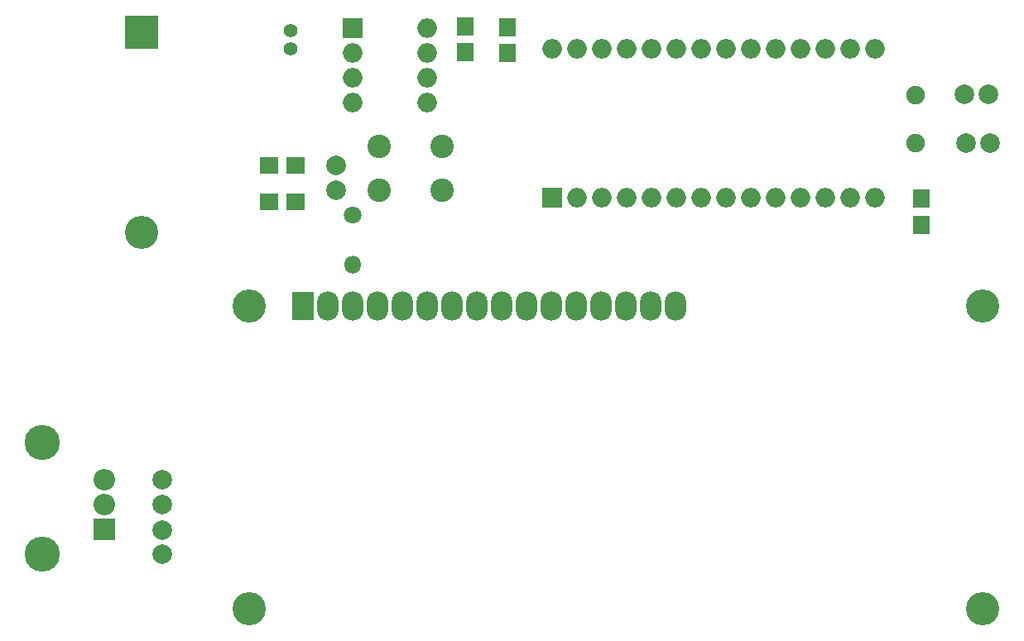
<source format=gbr>
G04 #@! TF.FileFunction,Soldermask,Top*
%FSLAX46Y46*%
G04 Gerber Fmt 4.6, Leading zero omitted, Abs format (unit mm)*
G04 Created by KiCad (PCBNEW 4.0.7) date 06/07/18 19:04:20*
%MOMM*%
%LPD*%
G01*
G04 APERTURE LIST*
%ADD10C,0.100000*%
%ADD11R,2.200000X3.000000*%
%ADD12O,2.200000X3.000000*%
%ADD13C,3.400000*%
%ADD14C,2.000000*%
%ADD15R,2.000000X2.000000*%
%ADD16O,2.000000X2.000000*%
%ADD17C,1.900000*%
%ADD18C,3.600000*%
%ADD19R,3.400000X3.400000*%
%ADD20R,1.900000X1.700000*%
%ADD21R,1.700000X1.900000*%
%ADD22C,2.400000*%
%ADD23R,2.200000X2.200000*%
%ADD24O,2.200000X2.200000*%
%ADD25C,1.400000*%
%ADD26C,1.800000*%
%ADD27O,1.800000X1.800000*%
G04 APERTURE END LIST*
D10*
D11*
X111760000Y-101600000D03*
D12*
X114300000Y-101600000D03*
X116840000Y-101600000D03*
X119380000Y-101600000D03*
X121920000Y-101600000D03*
X124460000Y-101600000D03*
X127000000Y-101600000D03*
X129540000Y-101600000D03*
X132080000Y-101600000D03*
X134620000Y-101600000D03*
X137160000Y-101600000D03*
X139700000Y-101600000D03*
X142240000Y-101600000D03*
X144780000Y-101600000D03*
X147320000Y-101600000D03*
X149860000Y-101600000D03*
D13*
X106260900Y-101600000D03*
X106260900Y-132600700D03*
X181259480Y-132600700D03*
X181260000Y-101600000D03*
D14*
X97360000Y-119380000D03*
X97360000Y-121880000D03*
D15*
X137300000Y-90480000D03*
D16*
X170320000Y-75240000D03*
X139840000Y-90480000D03*
X167780000Y-75240000D03*
X142380000Y-90480000D03*
X165240000Y-75240000D03*
X144920000Y-90480000D03*
X162700000Y-75240000D03*
X147460000Y-90480000D03*
X160160000Y-75240000D03*
X150000000Y-90480000D03*
X157620000Y-75240000D03*
X152540000Y-90480000D03*
X155080000Y-75240000D03*
X155080000Y-90480000D03*
X152540000Y-75240000D03*
X157620000Y-90480000D03*
X150000000Y-75240000D03*
X160160000Y-90480000D03*
X147460000Y-75240000D03*
X162700000Y-90480000D03*
X144920000Y-75240000D03*
X165240000Y-90480000D03*
X142380000Y-75240000D03*
X167780000Y-90480000D03*
X139840000Y-75240000D03*
X170320000Y-90480000D03*
X137300000Y-75240000D03*
D17*
X174405086Y-84858936D03*
X174405086Y-79978936D03*
D18*
X85090000Y-127000000D03*
D13*
X95250000Y-94000000D03*
D19*
X95250000Y-73510000D03*
D18*
X85090000Y-115570000D03*
D20*
X108330000Y-90920000D03*
X111030000Y-90920000D03*
X108350000Y-87150000D03*
X111050000Y-87150000D03*
D21*
X132720000Y-73000000D03*
X132720000Y-75700000D03*
X128400000Y-72920000D03*
X128400000Y-75620000D03*
D22*
X119540000Y-89710000D03*
X119540000Y-85210000D03*
X126040000Y-89710000D03*
X126040000Y-85210000D03*
D23*
X91440000Y-124460000D03*
D24*
X91440000Y-121920000D03*
X91440000Y-119380000D03*
D15*
X116870000Y-73100000D03*
D16*
X124490000Y-80720000D03*
X116870000Y-75640000D03*
X124490000Y-78180000D03*
X116870000Y-78180000D03*
X124490000Y-75640000D03*
X116870000Y-80720000D03*
X124490000Y-73100000D03*
D25*
X110510000Y-73370000D03*
X110510000Y-75270000D03*
D14*
X115160000Y-89680000D03*
X115160000Y-87180000D03*
X97400000Y-124480000D03*
X97400000Y-126980000D03*
X181920000Y-79940000D03*
X179420000Y-79940000D03*
X182060000Y-84910000D03*
X179560000Y-84910000D03*
D26*
X116840000Y-92240000D03*
D27*
X116840000Y-97320000D03*
D21*
X175000000Y-90550000D03*
X175000000Y-93250000D03*
M02*

</source>
